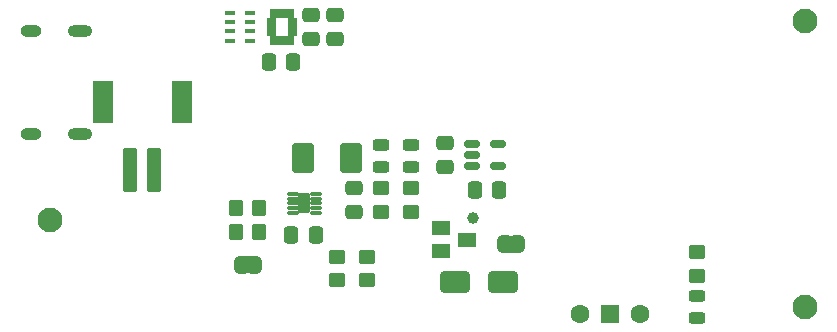
<source format=gbr>
%TF.GenerationSoftware,KiCad,Pcbnew,9.0.6-9.0.6~ubuntu24.04.1*%
%TF.CreationDate,2025-12-05T16:25:40-03:00*%
%TF.ProjectId,Smart_insoles_2025_v1,536d6172-745f-4696-9e73-6f6c65735f32,rev?*%
%TF.SameCoordinates,Original*%
%TF.FileFunction,Soldermask,Bot*%
%TF.FilePolarity,Negative*%
%FSLAX46Y46*%
G04 Gerber Fmt 4.6, Leading zero omitted, Abs format (unit mm)*
G04 Created by KiCad (PCBNEW 9.0.6-9.0.6~ubuntu24.04.1) date 2025-12-05 16:25:40*
%MOMM*%
%LPD*%
G01*
G04 APERTURE LIST*
G04 Aperture macros list*
%AMRoundRect*
0 Rectangle with rounded corners*
0 $1 Rounding radius*
0 $2 $3 $4 $5 $6 $7 $8 $9 X,Y pos of 4 corners*
0 Add a 4 corners polygon primitive as box body*
4,1,4,$2,$3,$4,$5,$6,$7,$8,$9,$2,$3,0*
0 Add four circle primitives for the rounded corners*
1,1,$1+$1,$2,$3*
1,1,$1+$1,$4,$5*
1,1,$1+$1,$6,$7*
1,1,$1+$1,$8,$9*
0 Add four rect primitives between the rounded corners*
20,1,$1+$1,$2,$3,$4,$5,0*
20,1,$1+$1,$4,$5,$6,$7,0*
20,1,$1+$1,$6,$7,$8,$9,0*
20,1,$1+$1,$8,$9,$2,$3,0*%
%AMFreePoly0*
4,1,23,0.500000,-0.750000,0.000000,-0.750000,0.000000,-0.745722,-0.065263,-0.745722,-0.191342,-0.711940,-0.304381,-0.646677,-0.396677,-0.554381,-0.461940,-0.441342,-0.495722,-0.315263,-0.495722,-0.250000,-0.500000,-0.250000,-0.500000,0.250000,-0.495722,0.250000,-0.495722,0.315263,-0.461940,0.441342,-0.396677,0.554381,-0.304381,0.646677,-0.191342,0.711940,-0.065263,0.745722,0.000000,0.745722,
0.000000,0.750000,0.500000,0.750000,0.500000,-0.750000,0.500000,-0.750000,$1*%
%AMFreePoly1*
4,1,23,0.000000,0.745722,0.065263,0.745722,0.191342,0.711940,0.304381,0.646677,0.396677,0.554381,0.461940,0.441342,0.495722,0.315263,0.495722,0.250000,0.500000,0.250000,0.500000,-0.250000,0.495722,-0.250000,0.495722,-0.315263,0.461940,-0.441342,0.396677,-0.554381,0.304381,-0.646677,0.191342,-0.711940,0.065263,-0.745722,0.000000,-0.745722,0.000000,-0.750000,-0.500000,-0.750000,
-0.500000,0.750000,0.000000,0.750000,0.000000,0.745722,0.000000,0.745722,$1*%
G04 Aperture macros list end*
%ADD10C,0.010000*%
%ADD11RoundRect,0.243750X0.456250X-0.243750X0.456250X0.243750X-0.456250X0.243750X-0.456250X-0.243750X0*%
%ADD12C,2.100000*%
%ADD13C,1.600000*%
%ADD14R,1.500000X1.500000*%
%ADD15RoundRect,0.250000X0.337500X0.475000X-0.337500X0.475000X-0.337500X-0.475000X0.337500X-0.475000X0*%
%ADD16RoundRect,0.250000X0.450000X-0.350000X0.450000X0.350000X-0.450000X0.350000X-0.450000X-0.350000X0*%
%ADD17RoundRect,0.250000X0.350000X0.450000X-0.350000X0.450000X-0.350000X-0.450000X0.350000X-0.450000X0*%
%ADD18RoundRect,0.250000X-0.475000X0.337500X-0.475000X-0.337500X0.475000X-0.337500X0.475000X0.337500X0*%
%ADD19FreePoly0,0.000000*%
%ADD20FreePoly1,0.000000*%
%ADD21RoundRect,0.285750X0.666750X0.984250X-0.666750X0.984250X-0.666750X-0.984250X0.666750X-0.984250X0*%
%ADD22RoundRect,0.250000X-0.450000X0.350000X-0.450000X-0.350000X0.450000X-0.350000X0.450000X0.350000X0*%
%ADD23RoundRect,0.250000X1.000000X0.650000X-1.000000X0.650000X-1.000000X-0.650000X1.000000X-0.650000X0*%
%ADD24RoundRect,0.088900X-0.380000X-0.110000X0.380000X-0.110000X0.380000X0.110000X-0.380000X0.110000X0*%
%ADD25RoundRect,0.063500X-0.450000X-0.750000X0.450000X-0.750000X0.450000X0.750000X-0.450000X0.750000X0*%
%ADD26C,1.000000*%
%ADD27RoundRect,0.250000X-0.337500X-0.475000X0.337500X-0.475000X0.337500X0.475000X-0.337500X0.475000X0*%
%ADD28R,0.900000X0.400000*%
%ADD29RoundRect,0.150000X-0.512500X-0.150000X0.512500X-0.150000X0.512500X0.150000X-0.512500X0.150000X0*%
%ADD30RoundRect,0.243750X-0.456250X0.243750X-0.456250X-0.243750X0.456250X-0.243750X0.456250X0.243750X0*%
%ADD31RoundRect,0.102000X0.700000X-0.500000X0.700000X0.500000X-0.700000X0.500000X-0.700000X-0.500000X0*%
%ADD32RoundRect,0.102000X-0.750000X-1.700000X0.750000X-1.700000X0.750000X1.700000X-0.750000X1.700000X0*%
%ADD33RoundRect,0.102000X-0.500000X-1.750000X0.500000X-1.750000X0.500000X1.750000X-0.500000X1.750000X0*%
%ADD34O,1.800000X1.000000*%
%ADD35O,2.100000X1.000000*%
G04 APERTURE END LIST*
%TO.C,JP2*%
G36*
X124350000Y-93200000D02*
G01*
X124650000Y-93200000D01*
X124650000Y-91700000D01*
X124350000Y-91700000D01*
X124350000Y-93200000D01*
G37*
%TO.C,JP1*%
G36*
X146600000Y-91500000D02*
G01*
X146900000Y-91500000D01*
X146900000Y-90000000D01*
X146600000Y-90000000D01*
X146600000Y-91500000D01*
G37*
D10*
%TO.C,U3*%
X126755000Y-72042500D02*
X126080000Y-72042500D01*
X126080000Y-71592500D01*
X126755000Y-71592500D01*
X126755000Y-72042500D01*
G36*
X126755000Y-72042500D02*
G01*
X126080000Y-72042500D01*
X126080000Y-71592500D01*
X126755000Y-71592500D01*
X126755000Y-72042500D01*
G37*
X126755000Y-72542500D02*
X126080000Y-72542500D01*
X126080000Y-72092500D01*
X126755000Y-72092500D01*
X126755000Y-72542500D01*
G36*
X126755000Y-72542500D02*
G01*
X126080000Y-72542500D01*
X126080000Y-72092500D01*
X126755000Y-72092500D01*
X126755000Y-72542500D01*
G37*
X126755000Y-73042500D02*
X126080000Y-73042500D01*
X126080000Y-72592500D01*
X126755000Y-72592500D01*
X126755000Y-73042500D01*
G36*
X126755000Y-73042500D02*
G01*
X126080000Y-73042500D01*
X126080000Y-72592500D01*
X126755000Y-72592500D01*
X126755000Y-73042500D01*
G37*
X126805000Y-71492500D02*
X126355000Y-71492500D01*
X126355000Y-70817500D01*
X126805000Y-70817500D01*
X126805000Y-71492500D01*
G36*
X126805000Y-71492500D02*
G01*
X126355000Y-71492500D01*
X126355000Y-70817500D01*
X126805000Y-70817500D01*
X126805000Y-71492500D01*
G37*
X126805000Y-73817500D02*
X126355000Y-73817500D01*
X126355000Y-73142500D01*
X126805000Y-73142500D01*
X126805000Y-73817500D01*
G36*
X126805000Y-73817500D02*
G01*
X126355000Y-73817500D01*
X126355000Y-73142500D01*
X126805000Y-73142500D01*
X126805000Y-73817500D01*
G37*
X127305000Y-71492500D02*
X126855000Y-71492500D01*
X126855000Y-70817500D01*
X127305000Y-70817500D01*
X127305000Y-71492500D01*
G36*
X127305000Y-71492500D02*
G01*
X126855000Y-71492500D01*
X126855000Y-70817500D01*
X127305000Y-70817500D01*
X127305000Y-71492500D01*
G37*
X127305000Y-73817500D02*
X126855000Y-73817500D01*
X126855000Y-73142500D01*
X127305000Y-73142500D01*
X127305000Y-73817500D01*
G36*
X127305000Y-73817500D02*
G01*
X126855000Y-73817500D01*
X126855000Y-73142500D01*
X127305000Y-73142500D01*
X127305000Y-73817500D01*
G37*
X127805000Y-71492500D02*
X127355000Y-71492500D01*
X127355000Y-70817500D01*
X127805000Y-70817500D01*
X127805000Y-71492500D01*
G36*
X127805000Y-71492500D02*
G01*
X127355000Y-71492500D01*
X127355000Y-70817500D01*
X127805000Y-70817500D01*
X127805000Y-71492500D01*
G37*
X127805000Y-73817500D02*
X127355000Y-73817500D01*
X127355000Y-73142500D01*
X127805000Y-73142500D01*
X127805000Y-73817500D01*
G36*
X127805000Y-73817500D02*
G01*
X127355000Y-73817500D01*
X127355000Y-73142500D01*
X127805000Y-73142500D01*
X127805000Y-73817500D01*
G37*
X128305000Y-71492500D02*
X127855000Y-71492500D01*
X127855000Y-70817500D01*
X128305000Y-70817500D01*
X128305000Y-71492500D01*
G36*
X128305000Y-71492500D02*
G01*
X127855000Y-71492500D01*
X127855000Y-70817500D01*
X128305000Y-70817500D01*
X128305000Y-71492500D01*
G37*
X128305000Y-73817500D02*
X127855000Y-73817500D01*
X127855000Y-73142500D01*
X128305000Y-73142500D01*
X128305000Y-73817500D01*
G36*
X128305000Y-73817500D02*
G01*
X127855000Y-73817500D01*
X127855000Y-73142500D01*
X128305000Y-73142500D01*
X128305000Y-73817500D01*
G37*
X128580000Y-72042500D02*
X127905000Y-72042500D01*
X127905000Y-71592500D01*
X128580000Y-71592500D01*
X128580000Y-72042500D01*
G36*
X128580000Y-72042500D02*
G01*
X127905000Y-72042500D01*
X127905000Y-71592500D01*
X128580000Y-71592500D01*
X128580000Y-72042500D01*
G37*
X128580000Y-72542500D02*
X127905000Y-72542500D01*
X127905000Y-72092500D01*
X128580000Y-72092500D01*
X128580000Y-72542500D01*
G36*
X128580000Y-72542500D02*
G01*
X127905000Y-72542500D01*
X127905000Y-72092500D01*
X128580000Y-72092500D01*
X128580000Y-72542500D01*
G37*
X128580000Y-73042500D02*
X127905000Y-73042500D01*
X127905000Y-72592500D01*
X128580000Y-72592500D01*
X128580000Y-73042500D01*
G36*
X128580000Y-73042500D02*
G01*
X127905000Y-73042500D01*
X127905000Y-72592500D01*
X128580000Y-72592500D01*
X128580000Y-73042500D01*
G37*
%TD*%
D11*
%TO.C,D2*%
X162525000Y-95132500D03*
X162525000Y-97007500D03*
%TD*%
D12*
%TO.C,H1*%
X107730000Y-88670000D03*
%TD*%
D13*
%TO.C,SW3*%
X157690000Y-96620000D03*
D14*
X155150000Y-96620000D03*
D13*
X152610000Y-96620000D03*
%TD*%
D12*
%TO.C,H3*%
X171650000Y-71865000D03*
%TD*%
%TO.C,H2*%
X171650000Y-96065000D03*
%TD*%
D15*
%TO.C,C16*%
X130237500Y-89950000D03*
X128162500Y-89950000D03*
%TD*%
D16*
%TO.C,R25*%
X134525000Y-93800000D03*
X134525000Y-91800000D03*
%TD*%
D17*
%TO.C,R13*%
X125450000Y-89700000D03*
X123450000Y-89700000D03*
%TD*%
D18*
%TO.C,C15*%
X129830000Y-71317500D03*
X129830000Y-73392500D03*
%TD*%
D19*
%TO.C,JP2*%
X123850000Y-92450000D03*
D20*
X125150000Y-92450000D03*
%TD*%
D17*
%TO.C,R27*%
X125450000Y-87700000D03*
X123450000Y-87700000D03*
%TD*%
D19*
%TO.C,JP1*%
X146100000Y-90750000D03*
D20*
X147400000Y-90750000D03*
%TD*%
D21*
%TO.C,TH1*%
X133250000Y-83400000D03*
X129186000Y-83400000D03*
%TD*%
D15*
%TO.C,C24*%
X128330000Y-75317500D03*
X126255000Y-75317500D03*
%TD*%
D16*
%TO.C,R26*%
X132025000Y-93800000D03*
X132025000Y-91800000D03*
%TD*%
D22*
%TO.C,R28*%
X162480000Y-91410000D03*
X162480000Y-93410000D03*
%TD*%
D23*
%TO.C,D5*%
X146050000Y-93900000D03*
X142050000Y-93900000D03*
%TD*%
D24*
%TO.C,U7*%
X128280000Y-88075000D03*
X128280000Y-87675000D03*
X128280000Y-87275000D03*
X128280000Y-86875000D03*
X128280000Y-86475000D03*
X130250000Y-86475000D03*
X130250000Y-86875000D03*
X130250000Y-87275000D03*
X130250000Y-87675000D03*
X130250000Y-88075000D03*
D25*
X129265000Y-87275000D03*
%TD*%
D26*
%TO.C,TP4*%
X143550000Y-88550000D03*
%TD*%
D27*
%TO.C,C23*%
X143700000Y-86150000D03*
X145775000Y-86150000D03*
%TD*%
D28*
%TO.C,RN1*%
X124680000Y-71117500D03*
X124680000Y-71917500D03*
X124680000Y-72717500D03*
X124680000Y-73517500D03*
X122980000Y-73517500D03*
X122980000Y-72717500D03*
X122980000Y-71917500D03*
X122980000Y-71117500D03*
%TD*%
D29*
%TO.C,U1*%
X143425000Y-84150000D03*
X143425000Y-83200000D03*
X143425000Y-82250000D03*
X145700000Y-82250000D03*
X145700000Y-84150000D03*
%TD*%
D30*
%TO.C,D1*%
X135750000Y-82325000D03*
X135750000Y-84200000D03*
%TD*%
D16*
%TO.C,R20*%
X138250000Y-87975000D03*
X138250000Y-85975000D03*
%TD*%
D18*
%TO.C,C14*%
X131830000Y-71317500D03*
X131830000Y-73392500D03*
%TD*%
D31*
%TO.C,Q2*%
X140825000Y-91300000D03*
X140825000Y-89400000D03*
X143025000Y-90350000D03*
%TD*%
D18*
%TO.C,C19*%
X133450000Y-85967500D03*
X133450000Y-88042500D03*
%TD*%
D30*
%TO.C,D3*%
X138250000Y-82325000D03*
X138250000Y-84200000D03*
%TD*%
D18*
%TO.C,C22*%
X141200000Y-82150000D03*
X141200000Y-84225000D03*
%TD*%
D16*
%TO.C,R21*%
X135750000Y-87975000D03*
X135750000Y-85975000D03*
%TD*%
D32*
%TO.C,J4*%
X118880000Y-78720000D03*
X112180000Y-78720000D03*
D33*
X116530000Y-84470000D03*
X114530000Y-84470000D03*
%TD*%
D34*
%TO.C,J2*%
X106082500Y-81360000D03*
D35*
X110262500Y-81360000D03*
D34*
X106082500Y-72720000D03*
D35*
X110262500Y-72720000D03*
%TD*%
M02*

</source>
